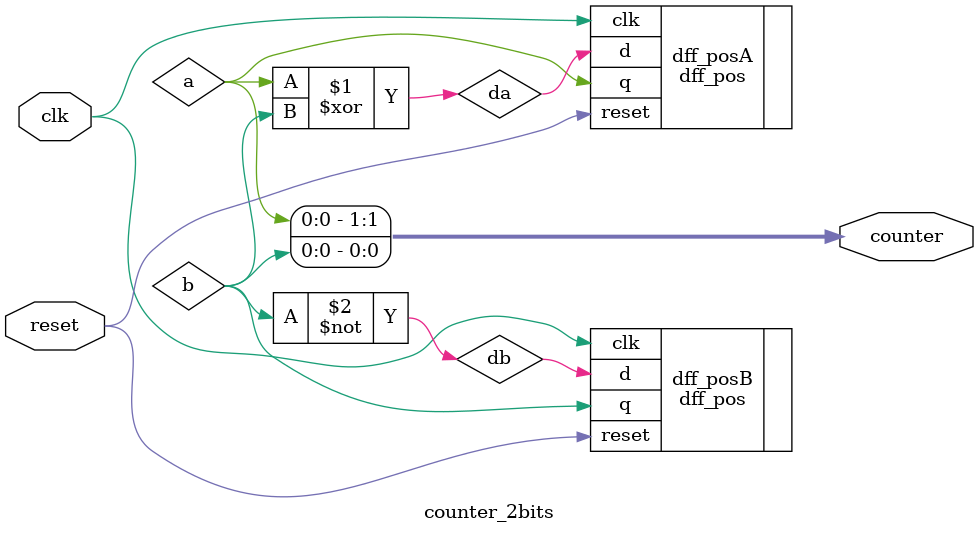
<source format=sv>
module counter_2bits(
    input clk,
    input reset,
    output [1:0] counter
);

    logic a, b, da, db;
    dff_pos dff_posA(
        .d(da),
        .clk(clk),
        .reset(reset),
        .q(a)
    );
    dff_pos dff_posB(
        .d(db),
        .clk(clk),
        .reset(reset),
        .q(b)
    );

    assign da = a^b;
    assign db = ~b;
    
    assign counter [1:0] = {a, b};


endmodule
</source>
